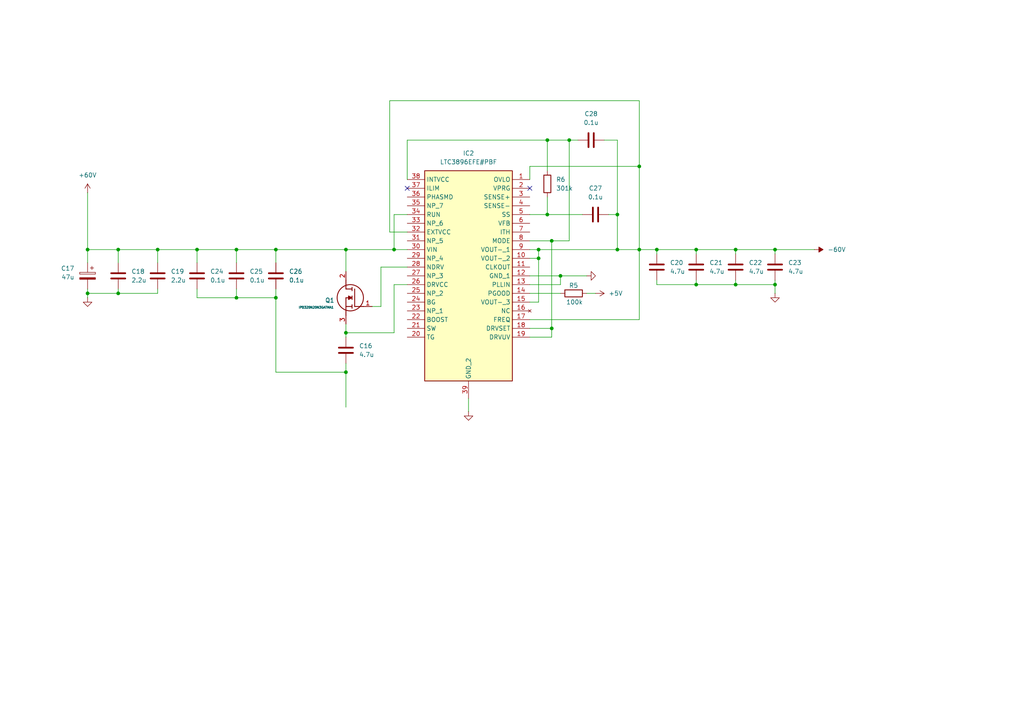
<source format=kicad_sch>
(kicad_sch (version 20231120) (generator "eeschema") (generator_version "8.0")
  (paper "A4")
  (lib_symbols
    (symbol "Device:C" (pin_numbers hide) (pin_names (offset 0.254))
      (property "Reference" "C" (at 0.635 2.54 0))
      (property "Value" "C" (at 0.635 -2.54 0))
      (symbol "C_0_1"
        (polyline (pts (xy -2.032 -0.762) (xy 2.032 -0.762)) (stroke (width 0.508)))
        (polyline (pts (xy -2.032 0.762) (xy 2.032 0.762)) (stroke (width 0.508)))
      )
      (symbol "C_1_1"
        (pin passive line (at 0 3.81 270) (length 2.794) (name "~") (number "1"))
        (pin passive line (at 0 -3.81 90) (length 2.794) (name "~") (number "2"))
      )
    )
    (symbol "Device:C_Polarized" (pin_numbers hide) (pin_names (offset 0.254))
      (property "Reference" "C" (at 0.635 2.54 0))
      (property "Value" "C_Polarized" (at 0.635 -2.54 0))
      (symbol "C_Polarized_0_1"
        (rectangle (start -2.286 0.508) (end 2.286 1.016))
        (polyline (pts (xy -1.778 2.286) (xy -0.762 2.286)))
        (polyline (pts (xy -1.27 2.794) (xy -1.27 1.778)))
        (rectangle (start 2.286 -0.508) (end -2.286 -1.016) (fill (type outline)))
      )
      (symbol "C_Polarized_1_1"
        (pin passive line (at 0 3.81 270) (length 2.794) (name "~") (number "1"))
        (pin passive line (at 0 -3.81 90) (length 2.794) (name "~") (number "2"))
      )
    )
    (symbol "Device:R" (pin_numbers hide) (pin_names (offset 0))
      (property "Reference" "R" (at 2.032 0 90))
      (property "Value" "R" (at 0 0 90))
      (symbol "R_0_1"
        (rectangle (start -1.016 -2.54) (end 1.016 2.54) (stroke (width 0.254)))
      )
      (symbol "R_1_1"
        (pin passive line (at 0 3.81 270) (length 1.27) (name "~") (number "1"))
        (pin passive line (at 0 -3.81 90) (length 1.27) (name "~") (number "2"))
      )
    )
    (symbol "IPD320N20N3GATMA1:IPD320N20N3GATMA1" (pin_names hide)
      (property "Reference" "Q" (at 11.43 3.81 0))
      (property "Value" "IPD320N20N3GATMA1" (at 11.43 1.27 0))
      (symbol "IPD320N20N3GATMA1_1_1"
        (polyline (pts (xy 2.54 0) (xy 5.08 0)) (stroke (width 0.254)))
        (polyline (pts (xy 5.08 5.08) (xy 5.08 0)) (stroke (width 0.254)))
        (polyline (pts (xy 5.842 -0.508) (xy 5.842 0.508)) (stroke (width 0.254)))
        (polyline (pts (xy 5.842 0) (xy 7.62 0)) (stroke (width 0.254)))
        (polyline (pts (xy 5.842 2.032) (xy 5.842 3.048)) (stroke (width 0.254)))
        (polyline (pts (xy 5.842 5.588) (xy 5.842 4.572)) (stroke (width 0.254)))
        (polyline (pts (xy 7.62 2.54) (xy 5.842 2.54)) (stroke (width 0.254)))
        (polyline (pts (xy 7.62 2.54) (xy 7.62 -2.54)) (stroke (width 0.254)))
        (polyline (pts (xy 7.62 5.08) (xy 5.842 5.08)) (stroke (width 0.254)))
        (polyline (pts (xy 7.62 5.08) (xy 7.62 7.62)) (stroke (width 0.254)))
        (polyline (pts (xy 5.842 2.54) (xy 6.858 3.048) (xy 6.858 2.032) (xy 5.842 2.54)) (stroke (width 0.254)) (fill (type outline)))
        (circle (center 6.35 2.54) (radius 3.81) (stroke (width 0.254)))
        (pin passive line (at 0 0 0) (length 2.54) (name "G") (number "1"))
        (pin passive line (at 7.62 10.16 270) (length 2.54) (name "D") (number "2"))
        (pin passive line (at 7.62 -5.08 90) (length 2.54) (name "S") (number "3"))
      )
    )
    (symbol "LTC3896EFE#PBF:LTC3896EFE#PBF"
      (property "Reference" "IC" (at 31.75 7.62 0))
      (property "Value" "LTC3896EFE#PBF" (at 31.75 5.08 0))
      (symbol "LTC3896EFE#PBF_1_1"
        (rectangle (start 5.08 2.54) (end 30.48 -58.42) (stroke (width 0.254)) (fill (type background)))
        (pin passive line (at 0 0 0) (length 5.08) (name "OVLO") (number "1"))
        (pin passive line (at 0 -22.86 0) (length 5.08) (name "VOUT-_2") (number "10"))
        (pin passive line (at 0 -25.4 0) (length 5.08) (name "CLKOUT") (number "11"))
        (pin passive line (at 0 -27.94 0) (length 5.08) (name "GND_1") (number "12"))
        (pin passive line (at 0 -30.48 0) (length 5.08) (name "PLLIN") (number "13"))
        (pin passive line (at 0 -33.02 0) (length 5.08) (name "PGOOD") (number "14"))
        (pin passive line (at 0 -35.56 0) (length 5.08) (name "VOUT-_3") (number "15"))
        (pin no_connect line (at 0 -38.1 0) (length 5.08) (name "NC") (number "16"))
        (pin passive line (at 0 -40.64 0) (length 5.08) (name "FREQ") (number "17"))
        (pin passive line (at 0 -43.18 0) (length 5.08) (name "DRVSET") (number "18"))
        (pin passive line (at 0 -45.72 0) (length 5.08) (name "DRVUV") (number "19"))
        (pin passive line (at 0 -2.54 0) (length 5.08) (name "VPRG") (number "2"))
        (pin passive line (at 35.56 -45.72 180) (length 5.08) (name "TG") (number "20"))
        (pin passive line (at 35.56 -43.18 180) (length 5.08) (name "SW") (number "21"))
        (pin passive line (at 35.56 -40.64 180) (length 5.08) (name "BOOST") (number "22"))
        (pin passive line (at 35.56 -38.1 180) (length 5.08) (name "NP_1") (number "23"))
        (pin passive line (at 35.56 -35.56 180) (length 5.08) (name "BG") (number "24"))
        (pin passive line (at 35.56 -33.02 180) (length 5.08) (name "NP_2") (number "25"))
        (pin passive line (at 35.56 -30.48 180) (length 5.08) (name "DRVCC") (number "26"))
        (pin passive line (at 35.56 -27.94 180) (length 5.08) (name "NP_3") (number "27"))
        (pin passive line (at 35.56 -25.4 180) (length 5.08) (name "NDRV") (number "28"))
        (pin passive line (at 35.56 -22.86 180) (length 5.08) (name "NP_4") (number "29"))
        (pin passive line (at 0 -5.08 0) (length 5.08) (name "SENSE+") (number "3"))
        (pin passive line (at 35.56 -20.32 180) (length 5.08) (name "VIN") (number "30"))
        (pin passive line (at 35.56 -17.78 180) (length 5.08) (name "NP_5") (number "31"))
        (pin passive line (at 35.56 -15.24 180) (length 5.08) (name "EXTVCC") (number "32"))
        (pin passive line (at 35.56 -12.7 180) (length 5.08) (name "NP_6") (number "33"))
        (pin passive line (at 35.56 -10.16 180) (length 5.08) (name "RUN") (number "34"))
        (pin passive line (at 35.56 -7.62 180) (length 5.08) (name "NP_7") (number "35"))
        (pin passive line (at 35.56 -5.08 180) (length 5.08) (name "PHASMD") (number "36"))
        (pin passive line (at 35.56 -2.54 180) (length 5.08) (name "ILIM") (number "37"))
        (pin passive line (at 35.56 0 180) (length 5.08) (name "INTVCC") (number "38"))
        (pin passive line (at 17.78 -63.5 90) (length 5.08) (name "GND_2") (number "39"))
        (pin passive line (at 0 -7.62 0) (length 5.08) (name "SENSE-") (number "4"))
        (pin passive line (at 0 -10.16 0) (length 5.08) (name "SS") (number "5"))
        (pin passive line (at 0 -12.7 0) (length 5.08) (name "VFB") (number "6"))
        (pin passive line (at 0 -15.24 0) (length 5.08) (name "ITH") (number "7"))
        (pin passive line (at 0 -17.78 0) (length 5.08) (name "MODE") (number "8"))
        (pin passive line (at 0 -20.32 0) (length 5.08) (name "VOUT-_1") (number "9"))
      )
    )
    (symbol "power:+48V" (power) (pin_numbers hide) (pin_names (offset 0) hide)
      (property "Value" "+48V" (at 0 3.556 0))
      (symbol "+48V_0_1"
        (polyline (pts (xy -0.762 1.27) (xy 0 2.54)))
        (polyline (pts (xy 0 0) (xy 0 2.54)))
        (polyline (pts (xy 0 2.54) (xy 0.762 1.27)))
      )
      (symbol "+48V_1_1"
        (pin power_in line (at 0 0 90) (length 0) (name "~") (number "1"))
      )
    )
    (symbol "power:+5V" (power) (pin_numbers hide) (pin_names (offset 0) hide)
      (property "Value" "+5V" (at 0 3.556 0))
      (symbol "+5V_0_1"
        (polyline (pts (xy -0.762 1.27) (xy 0 2.54)))
        (polyline (pts (xy 0 0) (xy 0 2.54)))
        (polyline (pts (xy 0 2.54) (xy 0.762 1.27)))
      )
      (symbol "+5V_1_1"
        (pin power_in line (at 0 0 90) (length 0) (name "~") (number "1"))
      )
    )
    (symbol "power:-48V" (power) (pin_numbers hide) (pin_names (offset 0) hide)
      (property "Value" "-48V" (at 0 3.556 0))
      (symbol "-48V_0_0"
        (pin power_in line (at 0 0 90) (length 0) (name "~") (number "1"))
      )
      (symbol "-48V_0_1"
        (polyline (pts (xy 0 0) (xy 0 1.27) (xy 0.762 1.27) (xy 0 2.54) (xy -0.762 1.27) (xy 0 1.27)) (fill (type outline)))
      )
    )
    (symbol "power:GND" (power) (pin_numbers hide) (pin_names (offset 0) hide)
      (property "Value" "GND" (at 0 -3.81 0))
      (symbol "GND_0_1"
        (polyline (pts (xy 0 0) (xy 0 -1.27) (xy 1.27 -1.27) (xy 0 -2.54) (xy -1.27 -1.27) (xy 0 -1.27)))
      )
      (symbol "GND_1_1"
        (pin power_in line (at 0 0 270) (length 0) (name "~") (number "1"))
      )
    )
  )
  (junction (at 100.33 96.52))
  (junction (at 185.42 48.26))
  (junction (at 68.58 72.39))
  (junction (at 201.93 82.55))
  (junction (at 201.93 72.39))
  (junction (at 34.29 72.39))
  (junction (at 57.15 72.39))
  (junction (at 213.36 82.55))
  (junction (at 190.5 72.39))
  (junction (at 160.02 69.85))
  (junction (at 165.1 40.64))
  (junction (at 34.29 85.09))
  (junction (at 25.4 85.09))
  (junction (at 114.3 72.39))
  (junction (at 100.33 107.95))
  (junction (at 156.21 72.39))
  (junction (at 179.07 72.39))
  (junction (at 224.79 82.55))
  (junction (at 45.72 72.39))
  (junction (at 68.58 86.36))
  (junction (at 158.75 62.23))
  (junction (at 25.4 72.39))
  (junction (at 162.56 80.01))
  (junction (at 80.01 72.39))
  (junction (at 179.07 62.23))
  (junction (at 224.79 72.39))
  (junction (at 185.42 72.39))
  (junction (at 100.33 72.39))
  (junction (at 156.21 74.93))
  (junction (at 80.01 86.36))
  (junction (at 160.02 95.25))
  (junction (at 213.36 72.39))
  (junction (at 158.75 40.64))
  (no_connect (at 153.67 54.61))
  (no_connect (at 118.11 54.61))
  (wire (pts (xy 201.93 72.39) (xy 213.36 72.39)))
  (wire (pts (xy 162.56 80.01) (xy 170.18 80.01)))
  (wire (pts (xy 80.01 107.95) (xy 100.33 107.95)))
  (wire (pts (xy 25.4 55.88) (xy 25.4 72.39)))
  (wire (pts (xy 201.93 82.55) (xy 213.36 82.55)))
  (wire (pts (xy 45.72 72.39) (xy 57.15 72.39)))
  (wire (pts (xy 213.36 81.28) (xy 213.36 82.55)))
  (wire (pts (xy 57.15 83.82) (xy 57.15 86.36)))
  (wire (pts (xy 153.67 48.26) (xy 185.42 48.26)))
  (wire (pts (xy 57.15 86.36) (xy 68.58 86.36)))
  (wire (pts (xy 213.36 72.39) (xy 213.36 73.66)))
  (wire (pts (xy 118.11 77.47) (xy 110.49 77.47)))
  (wire (pts (xy 201.93 81.28) (xy 201.93 82.55)))
  (wire (pts (xy 45.72 72.39) (xy 45.72 76.2)))
  (wire (pts (xy 57.15 72.39) (xy 68.58 72.39)))
  (wire (pts (xy 175.26 40.64) (xy 179.07 40.64)))
  (wire (pts (xy 34.29 83.82) (xy 34.29 85.09)))
  (wire (pts (xy 160.02 97.79) (xy 160.02 95.25)))
  (wire (pts (xy 179.07 62.23) (xy 179.07 72.39)))
  (wire (pts (xy 135.89 115.57) (xy 135.89 119.38)))
  (wire (pts (xy 57.15 72.39) (xy 57.15 76.2)))
  (wire (pts (xy 107.95 88.9) (xy 110.49 88.9)))
  (wire (pts (xy 68.58 86.36) (xy 68.58 83.82)))
  (wire (pts (xy 213.36 82.55) (xy 224.79 82.55)))
  (wire (pts (xy 100.33 96.52) (xy 100.33 97.79)))
  (wire (pts (xy 118.11 72.39) (xy 114.3 72.39)))
  (wire (pts (xy 156.21 87.63) (xy 156.21 74.93)))
  (wire (pts (xy 153.67 87.63) (xy 156.21 87.63)))
  (wire (pts (xy 118.11 67.31) (xy 113.03 67.31)))
  (wire (pts (xy 113.03 67.31) (xy 113.03 29.21)))
  (wire (pts (xy 179.07 72.39) (xy 185.42 72.39)))
  (wire (pts (xy 153.67 80.01) (xy 162.56 80.01)))
  (wire (pts (xy 153.67 69.85) (xy 160.02 69.85)))
  (wire (pts (xy 165.1 40.64) (xy 158.75 40.64)))
  (wire (pts (xy 34.29 72.39) (xy 45.72 72.39)))
  (wire (pts (xy 113.03 29.21) (xy 185.42 29.21)))
  (wire (pts (xy 190.5 81.28) (xy 190.5 82.55)))
  (wire (pts (xy 224.79 81.28) (xy 224.79 82.55)))
  (wire (pts (xy 80.01 86.36) (xy 80.01 83.82)))
  (wire (pts (xy 190.5 82.55) (xy 201.93 82.55)))
  (wire (pts (xy 158.75 57.15) (xy 158.75 62.23)))
  (wire (pts (xy 80.01 86.36) (xy 80.01 107.95)))
  (wire (pts (xy 156.21 74.93) (xy 156.21 72.39)))
  (wire (pts (xy 114.3 72.39) (xy 114.3 62.23)))
  (wire (pts (xy 68.58 72.39) (xy 68.58 76.2)))
  (wire (pts (xy 153.67 74.93) (xy 156.21 74.93)))
  (wire (pts (xy 185.42 29.21) (xy 185.42 48.26)))
  (wire (pts (xy 153.67 85.09) (xy 162.56 85.09)))
  (wire (pts (xy 224.79 72.39) (xy 224.79 73.66)))
  (wire (pts (xy 170.18 85.09) (xy 172.72 85.09)))
  (wire (pts (xy 68.58 72.39) (xy 80.01 72.39)))
  (wire (pts (xy 114.3 82.55) (xy 118.11 82.55)))
  (wire (pts (xy 165.1 40.64) (xy 167.64 40.64)))
  (wire (pts (xy 190.5 72.39) (xy 201.93 72.39)))
  (wire (pts (xy 162.56 82.55) (xy 162.56 80.01)))
  (wire (pts (xy 34.29 85.09) (xy 25.4 85.09)))
  (wire (pts (xy 34.29 72.39) (xy 34.29 76.2)))
  (wire (pts (xy 224.79 82.55) (xy 224.79 85.09)))
  (wire (pts (xy 100.33 105.41) (xy 100.33 107.95)))
  (wire (pts (xy 153.67 82.55) (xy 162.56 82.55)))
  (wire (pts (xy 224.79 72.39) (xy 236.22 72.39)))
  (wire (pts (xy 153.67 92.71) (xy 185.42 92.71)))
  (wire (pts (xy 201.93 72.39) (xy 201.93 73.66)))
  (wire (pts (xy 179.07 40.64) (xy 179.07 62.23)))
  (wire (pts (xy 114.3 62.23) (xy 118.11 62.23)))
  (wire (pts (xy 100.33 72.39) (xy 114.3 72.39)))
  (wire (pts (xy 153.67 95.25) (xy 160.02 95.25)))
  (wire (pts (xy 185.42 72.39) (xy 190.5 72.39)))
  (wire (pts (xy 158.75 62.23) (xy 168.91 62.23)))
  (wire (pts (xy 100.33 107.95) (xy 100.33 118.11)))
  (wire (pts (xy 114.3 96.52) (xy 114.3 82.55)))
  (wire (pts (xy 110.49 88.9) (xy 110.49 77.47)))
  (wire (pts (xy 185.42 92.71) (xy 185.42 72.39)))
  (wire (pts (xy 165.1 69.85) (xy 165.1 40.64)))
  (wire (pts (xy 100.33 72.39) (xy 100.33 78.74)))
  (wire (pts (xy 25.4 83.82) (xy 25.4 85.09)))
  (wire (pts (xy 158.75 40.64) (xy 158.75 49.53)))
  (wire (pts (xy 25.4 72.39) (xy 34.29 72.39)))
  (wire (pts (xy 213.36 72.39) (xy 224.79 72.39)))
  (wire (pts (xy 80.01 72.39) (xy 100.33 72.39)))
  (wire (pts (xy 160.02 69.85) (xy 160.02 95.25)))
  (wire (pts (xy 153.67 52.07) (xy 153.67 48.26)))
  (wire (pts (xy 80.01 72.39) (xy 80.01 76.2)))
  (wire (pts (xy 153.67 97.79) (xy 160.02 97.79)))
  (wire (pts (xy 165.1 69.85) (xy 160.02 69.85)))
  (wire (pts (xy 100.33 96.52) (xy 114.3 96.52)))
  (wire (pts (xy 45.72 83.82) (xy 45.72 85.09)))
  (wire (pts (xy 153.67 72.39) (xy 156.21 72.39)))
  (wire (pts (xy 100.33 93.98) (xy 100.33 96.52)))
  (wire (pts (xy 25.4 72.39) (xy 25.4 76.2)))
  (wire (pts (xy 158.75 40.64) (xy 118.11 40.64)))
  (wire (pts (xy 156.21 72.39) (xy 179.07 72.39)))
  (wire (pts (xy 25.4 85.09) (xy 25.4 86.36)))
  (wire (pts (xy 176.53 62.23) (xy 179.07 62.23)))
  (wire (pts (xy 190.5 72.39) (xy 190.5 73.66)))
  (wire (pts (xy 118.11 40.64) (xy 118.11 52.07)))
  (wire (pts (xy 158.75 62.23) (xy 153.67 62.23)))
  (wire (pts (xy 68.58 86.36) (xy 80.01 86.36)))
  (wire (pts (xy 185.42 48.26) (xy 185.42 72.39)))
  (wire (pts (xy 45.72 85.09) (xy 34.29 85.09)))
  (symbol (lib_id "LTC3896EFE#PBF:LTC3896EFE#PBF") (at 153.67 52.07 0) (mirror y) (unit 1)
    (property "Reference" "IC2" (at 135.89 44.45 0))
    (property "Value" "LTC3896EFE#PBF" (at 135.89 46.99 0))
    (property "Footprint" "SOP50P640X120-39N" (effects (hide yes)))
    (property "Datasheet" "https://www.analog.com/media/en/technical-documentation/data-sheets/3896f.pdf" (effects (hide yes)))
    (property "Description" "LINEAR TECHNOLOGY - LTC3896EFE#PBF - DC/DC CTRL, INVERTING, 900KHZ, TSSOP-38" (effects (hide yes)))
    (property "Height" "1.2" (effects (hide yes)))
    (property "Manufacturer_Name" "Analog Devices" (effects (hide yes)))
    (property "Manufacturer_Part_Number" "LTC3896EFE#PBF" (effects (hide yes)))
    (property "Mouser Part Number" "584-LTC3896EFE#PBF" (effects (hide yes)))
    (property "Mouser Price/Stock" "https://www.mouser.co.uk/ProductDetail/Analog-Devices/LTC3896EFEPBF?qs=oahfZPh6IAIYB3Kp6X%252BPyQ%3D%3D" (effects (hide yes)))
    (property "Arrow Part Number" "LTC3896EFE#PBF" (effects (hide yes)))
    (property "Arrow Price/Stock" "https://www.arrow.com/en/products/ltc3896efepbf/analog-devices?region=nac" (effects (hide yes)))
  )
  (symbol (lib_id "Device:C") (at 172.72 62.23 90) (unit 1)
    (property "Reference" "C27" (at 172.72 54.61 90))
    (property "Value" "0.1u" (at 172.72 57.15 90))
    (property "Description" "Unpolarized capacitor" (effects (hide yes)))
  )
  (symbol (lib_id "power:+48V") (at 25.4 55.88 0) (unit 1)
    (property "Reference" "#PWR026" (effects (hide yes)))
    (property "Value" "+60V" (at 25.4 50.8 0))
    (property "Description" "Power symbol creates a global label with name \"+48V\"" (effects (hide yes)))
  )
  (symbol (lib_id "Device:C") (at 100.33 101.6 0) (unit 1)
    (property "Reference" "C16" (at 104.14 100.3299 0) (effects (justify left)))
    (property "Value" "4.7u" (at 104.14 102.8699 0) (effects (justify left)))
    (property "Description" "Unpolarized capacitor" (effects (hide yes)))
  )
  (symbol (lib_id "Device:R") (at 166.37 85.09 90) (unit 1)
    (property "Reference" "R5" (at 166.37 82.804 90))
    (property "Value" "100k" (at 166.624 87.63 90))
    (property "Description" "Resistor" (effects (hide yes)))
  )
  (symbol (lib_id "Device:C") (at 190.5 77.47 0) (unit 1)
    (property "Reference" "C20" (at 194.31 76.1999 0) (effects (justify left)))
    (property "Value" "4.7u" (at 194.31 78.7399 0) (effects (justify left)))
    (property "Description" "Unpolarized capacitor" (effects (hide yes)))
  )
  (symbol (lib_id "Device:C") (at 224.79 77.47 0) (unit 1)
    (property "Reference" "C23" (at 228.6 76.1999 0) (effects (justify left)))
    (property "Value" "4.7u" (at 228.6 78.7399 0) (effects (justify left)))
    (property "Description" "Unpolarized capacitor" (effects (hide yes)))
  )
  (symbol (lib_id "Device:C") (at 34.29 80.01 0) (unit 1)
    (property "Reference" "C18" (at 38.1 78.7399 0) (effects (justify left)))
    (property "Value" "2.2u" (at 38.1 81.2799 0) (effects (justify left)))
    (property "Description" "Unpolarized capacitor" (effects (hide yes)))
  )
  (symbol (lib_id "power:-48V") (at 236.22 72.39 270) (unit 1)
    (property "Reference" "#PWR032" (effects (hide yes)))
    (property "Value" "-60V" (at 240.03 72.3899 90) (effects (justify left)))
    (property "Description" "Power symbol creates a global label with name \"-48V\"" (effects (hide yes)))
  )
  (symbol (lib_id "power:GND") (at 224.79 85.09 0) (unit 1)
    (property "Reference" "#PWR031" (effects (hide yes)))
    (property "Value" "GND" (effects (hide yes)))
    (property "Description" "Power symbol creates a global label with name \"GND\" , ground" (effects (hide yes)))
  )
  (symbol (lib_id "Device:C") (at 57.15 80.01 0) (unit 1)
    (property "Reference" "C24" (at 60.96 78.7399 0) (effects (justify left)))
    (property "Value" "0.1u" (at 60.96 81.2799 0) (effects (justify left)))
    (property "Description" "Unpolarized capacitor" (effects (hide yes)))
  )
  (symbol (lib_id "Device:C") (at 80.01 80.01 0) (unit 1)
    (property "Reference" "C26" (at 83.82 78.7399 0) (effects (justify left)))
    (property "Value" "0.1u" (at 83.82 81.2799 0) (effects (justify left)))
    (property "Description" "Unpolarized capacitor" (effects (hide yes)))
  )
  (symbol (lib_id "Device:R") (at 158.75 53.34 0) (unit 1)
    (property "Reference" "R6" (at 161.29 52.0699 0) (effects (justify left)))
    (property "Value" "301k" (at 161.29 54.6099 0) (effects (justify left)))
    (property "Description" "Resistor" (effects (hide yes)))
  )
  (symbol (lib_id "power:GND") (at 135.89 119.38 0) (unit 1)
    (property "Reference" "#PWR029" (effects (hide yes)))
    (property "Value" "GND" (effects (hide yes)))
    (property "Description" "Power symbol creates a global label with name \"GND\" , ground" (effects (hide yes)))
  )
  (symbol (lib_id "Device:C") (at 68.58 80.01 0) (unit 1)
    (property "Reference" "C25" (at 72.39 78.7399 0) (effects (justify left)))
    (property "Value" "0.1u" (at 72.39 81.2799 0) (effects (justify left)))
    (property "Description" "Unpolarized capacitor" (effects (hide yes)))
  )
  (symbol (lib_id "IPD320N20N3GATMA1:IPD320N20N3GATMA1") (at 107.95 88.9 0) (mirror y) (unit 1)
    (property "Reference" "Q1" (at 97.028 87.122 0) (effects (justify left)))
    (property "Value" "IPD320N20N3GATMA1" (at 96.774 89.154 0) (effects (font (size 0.635 0.635)) (justify left)))
    (property "Footprint" "BTS3035TFATMA1" (effects (hide yes)))
    (property "Datasheet" "https://componentsearchengine.com/Datasheets/1/IPD320N20N3GATMA1.pdf" (effects (hide yes)))
    (property "Description" "MOSFET N-Ch 200V 34A OptiMOS3 DPAK" (effects (hide yes)))
    (property "Height" "2" (effects (hide yes)))
    (property "Manufacturer_Name" "Infineon" (effects (hide yes)))
    (property "Manufacturer_Part_Number" "IPD320N20N3GATMA1" (effects (hide yes)))
    (property "Mouser Part Number" "726-IPD320N20N3GATMA" (effects (hide yes)))
    (property "Mouser Price/Stock" "https://www.mouser.co.uk/ProductDetail/Infineon-Technologies/IPD320N20N3GATMA1?qs=0DP5yvOrqYkdJUcKo7z85Q%3D%3D" (effects (hide yes)))
    (property "Arrow Part Number" "IPD320N20N3GATMA1" (effects (hide yes)))
    (property "Arrow Price/Stock" "https://www.arrow.com/en/products/ipd320n20n3gatma1/infineon-technologies-ag" (effects (hide yes)))
  )
  (symbol (lib_id "Device:C") (at 201.93 77.47 0) (unit 1)
    (property "Reference" "C21" (at 205.74 76.1999 0) (effects (justify left)))
    (property "Value" "4.7u" (at 205.74 78.7399 0) (effects (justify left)))
    (property "Description" "Unpolarized capacitor" (effects (hide yes)))
  )
  (symbol (lib_id "power:GND") (at 170.18 80.01 90) (unit 1)
    (property "Reference" "#PWR027" (effects (hide yes)))
    (property "Value" "GND" (effects (hide yes)))
    (property "Description" "Power symbol creates a global label with name \"GND\" , ground" (effects (hide yes)))
  )
  (symbol (lib_id "Device:C") (at 213.36 77.47 0) (unit 1)
    (property "Reference" "C22" (at 217.17 76.1999 0) (effects (justify left)))
    (property "Value" "4.7u" (at 217.17 78.7399 0) (effects (justify left)))
    (property "Description" "Unpolarized capacitor" (effects (hide yes)))
  )
  (symbol (lib_id "Device:C") (at 45.72 80.01 0) (unit 1)
    (property "Reference" "C19" (at 49.53 78.7399 0) (effects (justify left)))
    (property "Value" "2.2u" (at 49.53 81.2799 0) (effects (justify left)))
    (property "Description" "Unpolarized capacitor" (effects (hide yes)))
  )
  (symbol (lib_id "Device:C") (at 171.45 40.64 90) (unit 1)
    (property "Reference" "C28" (at 171.45 33.02 90))
    (property "Value" "0.1u" (at 171.45 35.56 90))
    (property "Description" "Unpolarized capacitor" (effects (hide yes)))
  )
  (symbol (lib_id "power:+5V") (at 172.72 85.09 270) (unit 1)
    (property "Reference" "#PWR028" (effects (hide yes)))
    (property "Value" "+5V" (at 176.53 85.0899 90) (effects (justify left)))
    (property "Description" "Power symbol creates a global label with name \"+5V\"" (effects (hide yes)))
  )
  (symbol (lib_id "power:GND") (at 25.4 86.36 0) (unit 1)
    (property "Reference" "#PWR030" (effects (hide yes)))
    (property "Value" "GND" (effects (hide yes)))
    (property "Description" "Power symbol creates a global label with name \"GND\" , ground" (effects (hide yes)))
  )
  (symbol (lib_id "Device:C_Polarized") (at 25.4 80.01 0) (mirror y) (unit 1)
    (property "Reference" "C17" (at 21.59 77.8509 0) (effects (justify left)))
    (property "Value" "47u" (at 21.59 80.3909 0) (effects (justify left)))
    (property "Description" "Polarized capacitor" (effects (hide yes)))
  )
)
</source>
